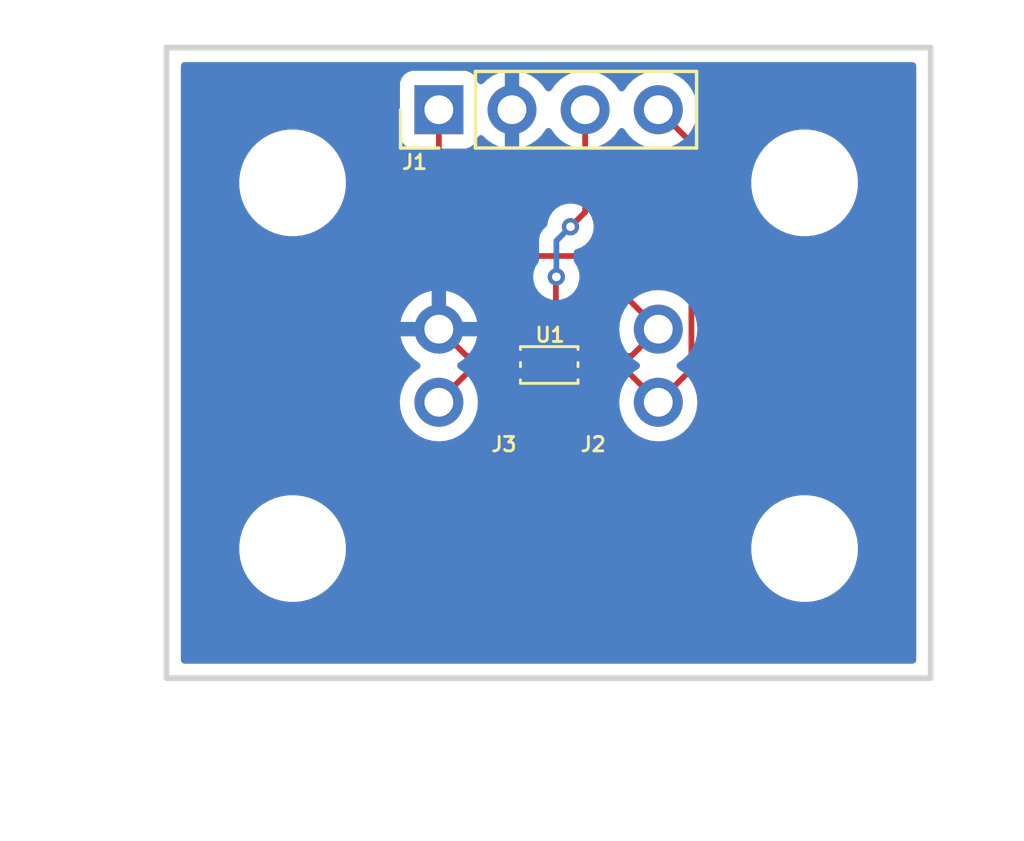
<source format=kicad_pcb>
(kicad_pcb (version 20240108) (generator "pcbnew") (generator_version "8.0")
  (layers (0 "F.Cu" signal) (31 "B.Cu" signal) (34 "B.Paste" user) (35 "F.Paste" user) (36 "B.SilkS" user "B.Silkscreen") (37 "F.SilkS" user "F.Silkscreen") (38 "B.Mask" user) (39 "F.Mask" user) (44 "Edge.Cuts" user))
  (net 0 "")
  (net 1 "/GND")
  (net 2 "/SDA")
  (net 3 "/VDD")
  (net 4 "/SCK")
  (footprint "MountingHole:MountingHole_3.2mm_M3" (layer "F.Cu") (at 137.16 83.82)
    (property "Reference" "H4" (hide yes))
    (property "Value" "MountingHole" (hide yes))
    (pad "" np_thru_hole circle (at 0 0) (size 3.2 3.2) (drill 3.2) (layers "*.Cu" "*.Mask"))
  )
  (footprint "MountingHole:MountingHole_3.2mm_M3" (layer "F.Cu") (at 154.94 83.82)
    (property "Reference" "H1" (hide yes))
    (property "Value" "MountingHole" (hide yes))
    (pad "" np_thru_hole circle (at 0 0) (size 3.2 3.2) (drill 3.2) (layers "*.Cu" "*.Mask"))
  )
  (footprint "MountingHole:MountingHole_3.2mm_M3" (layer "F.Cu") (at 137.16 96.52)
    (property "Reference" "H3" (hide yes))
    (property "Value" "MountingHole" (hide yes))
    (pad "" np_thru_hole circle (at 0 0) (size 3.2 3.2) (drill 3.2) (layers "*.Cu" "*.Mask"))
  )
  (footprint "Connector_PinHeader_2.54mm:PinHeader_1x02_P2.54mm_Vertical" (layer "F.Cu") (at 142.24 91.44 180)
    (property "Reference" "J3" (at -2.26 -1.46 180) (layer "F.SilkS") (effects (font (size 0.5 0.5) (thickness 0.1))))
    (property "Value" "Conn_01x02_Pin" (hide yes))
    (pad "1" thru_hole circle (at 0 0 180) (size 1.7 1.7) (drill 1) (layers "*.Cu" "*.Mask") (net 2 "/SDA"))
    (pad "2" thru_hole oval (at 0 2.54 180) (size 1.7 1.7) (drill 1) (layers "*.Cu" "*.Mask") (net 1 "/GND"))
  )
  (footprint "Custom:VEML3328" (layer "F.Cu") (at 146.172926 90.732272)
    (property "Reference" "U1" (at -0.072926 -1.632272 0) (layer "F.SilkS") (effects (font (size 0.5 0.5) (thickness 0.1) (bold yes))))
    (property "Value" "VEML3328" (hide yes))
    (fp_line (start -1.1 -1.225) (end -1.1 -1.125) (stroke (width 0.1)) (layer "F.SilkS"))
    (fp_line (start -1.1 -0.525) (end -1.1 -0.675) (stroke (width 0.1)) (layer "F.SilkS"))
    (fp_line (start -1.1 0.05) (end -1.1 -0.075) (stroke (width 0.1)) (layer "F.SilkS"))
    (fp_line (start -1.1 0.05) (end 0.9 0.05) (stroke (width 0.1)) (layer "F.SilkS"))
    (fp_line (start 0.9 -1.225) (end -1.1 -1.225) (stroke (width 0.1)) (layer "F.SilkS"))
    (fp_line (start 0.9 -1.225) (end 0.9 -1.125) (stroke (width 0.1)) (layer "F.SilkS"))
    (fp_line (start 0.9 -0.525) (end 0.9 -0.675) (stroke (width 0.1)) (layer "F.SilkS"))
    (fp_line (start 0.9 0.05) (end 0.9 -0.075) (stroke (width 0.1)) (layer "F.SilkS"))
    (pad "1" smd rect (at -1.1 -0.9) (size 0.9 0.35) (layers "F.Cu" "F.Paste" "F.Mask") (net 1 "/GND"))
    (pad "2" smd rect (at -1.1 -0.3) (size 0.9 0.35) (layers "F.Cu" "F.Paste" "F.Mask") (net 2 "/SDA"))
    (pad "3" smd rect (at 0.85 -0.3) (size 1 0.35) (layers "F.Cu" "F.Paste" "F.Mask") (net 4 "/SCK"))
    (pad "4" smd rect (at 0.9 -0.9) (size 0.9 0.35) (layers "F.Cu" "F.Paste" "F.Mask") (net 3 "/VDD"))
  )
  (footprint "Connector_PinHeader_2.54mm:PinHeader_1x02_P2.54mm_Vertical" (layer "F.Cu") (at 149.86 91.44 180)
    (property "Reference" "J2" (at 2.26 -1.46 180) (layer "F.SilkS") (effects (font (size 0.5 0.5) (thickness 0.1) (bold yes))))
    (property "Value" "Conn_01x02_Pin" (hide yes))
    (pad "1" thru_hole circle (at 0 0 180) (size 1.7 1.7) (drill 1) (layers "*.Cu" "*.Mask") (net 4 "/SCK"))
    (pad "2" thru_hole oval (at 0 2.54 180) (size 1.7 1.7) (drill 1) (layers "*.Cu" "*.Mask") (net 3 "/VDD"))
  )
  (footprint "Connector_PinHeader_2.54mm:PinHeader_1x04_P2.54mm_Vertical" (layer "F.Cu") (at 142.24 81.28 90)
    (property "Reference" "J1" (at -1.82 -0.84 0) (layer "F.SilkS") (effects (font (size 0.5 0.5) (thickness 0.1) (bold yes))))
    (property "Value" "Conn_01x04_Pin" (hide yes))
    (fp_line (start -1.33 -1.33) (end 0 -1.33) (stroke (width 0.12)) (layer "F.SilkS"))
    (fp_line (start -1.33 0) (end -1.33 -1.33) (stroke (width 0.12)) (layer "F.SilkS"))
    (fp_line (start 1.33 1.270001) (end 1.33 8.95) (stroke (width 0.12)) (layer "F.SilkS"))
    (fp_line (start -1.33 1.270001) (end 1.33 1.270001) (stroke (width 0.12)) (layer "F.SilkS"))
    (fp_line (start -1.33 1.270001) (end -1.33 8.95) (stroke (width 0.12)) (layer "F.SilkS"))
    (fp_line (start -1.33 8.95) (end 1.33 8.95) (stroke (width 0.12)) (layer "F.SilkS"))
    (pad "1" thru_hole rect (at 0 0 90) (size 1.7 1.7) (drill 1) (layers "*.Cu" "*.Mask") (net 3 "/VDD"))
    (pad "2" thru_hole oval (at 0 2.54 90) (size 1.7 1.7) (drill 1) (layers "*.Cu" "*.Mask") (net 1 "/GND"))
    (pad "3" thru_hole oval (at 0 5.079999 90) (size 1.7 1.7) (drill 1) (layers "*.Cu" "*.Mask") (net 2 "/SDA"))
    (pad "4" thru_hole oval (at 0 7.62 90) (size 1.7 1.7) (drill 1) (layers "*.Cu" "*.Mask") (net 4 "/SCK"))
  )
  (footprint "MountingHole:MountingHole_3.2mm_M3" (layer "F.Cu") (at 154.94 96.52)
    (property "Reference" "H2" (hide yes))
    (property "Value" "MountingHole" (hide yes))
    (pad "" np_thru_hole circle (at 0 0) (size 3.2 3.2) (drill 3.2) (layers "*.Cu" "*.Mask"))
  )
  (gr_rect (start 132.78 79.126) (end 159.32 101.02) (stroke (width 0.2)) (fill none) (layer "Edge.Cuts"))
  (segment (start 143.202672 89.832272) (end 142.24 88.8696) (width 0.2) (layer "F.Cu") (net 1))
  (segment (start 145.072926 89.832272) (end 143.202672 89.832272) (width 0.2) (layer "F.Cu") (net 1))
  (segment (start 146.304 89.851198) (end 146.304 87.101158) (width 0.2) (layer "F.Cu") (net 2))
  (segment (start 146.320549 87.084609) (end 146.304 87.06806) (width 0.2) (layer "F.Cu") (net 2))
  (segment (start 145.072926 90.432272) (end 143.217328 90.432272) (width 0.2) (layer "F.Cu") (net 2))
  (segment (start 146.304 87.101158) (end 146.320549 87.084609) (width 0.2) (layer "F.Cu") (net 2))
  (segment (start 145.722926 90.432272) (end 146.304 89.851198) (width 0.2) (layer "F.Cu") (net 2))
  (segment (start 145.072926 90.432272) (end 145.722926 90.432272) (width 0.2) (layer "F.Cu") (net 2))
  (segment (start 146.812 85.344) (end 147.319999 84.836001) (width 0.2) (layer "F.Cu") (net 2))
  (segment (start 147.319999 84.836001) (end 147.319999 81.28) (width 0.2) (layer "F.Cu") (net 2))
  (segment (start 146.304 87.06806) (end 146.304 86.868) (width 0.2) (layer "F.Cu") (net 2))
  (segment (start 143.217328 90.432272) (end 142.24 91.4096) (width 0.2) (layer "F.Cu") (net 2))
  (via (at 146.320549 87.084609) (size 0.6) (drill 0.3) (layers "F.Cu" "B.Cu") (net 2))
  (via (at 146.812 85.344) (size 0.6) (drill 0.3) (layers "F.Cu" "B.Cu") (net 2))
  (segment (start 146.320549 87.084609) (end 146.320549 85.835451) (width 0.2) (layer "B.Cu") (net 2))
  (segment (start 146.320549 85.835451) (end 146.812 85.344) (width 0.2) (layer "B.Cu") (net 2))
  (segment (start 143.51 86.36) (end 142.24 85.09) (width 0.2) (layer "F.Cu") (net 3))
  (segment (start 142.24 85.09) (end 142.24 81.28) (width 0.2) (layer "F.Cu") (net 3))
  (segment (start 147.072926 89.832272) (end 148.927728 89.832272) (width 0.2) (layer "F.Cu") (net 3))
  (segment (start 147.32 86.36) (end 143.51 86.36) (width 0.2) (layer "F.Cu") (net 3))
  (segment (start 148.927728 89.832272) (end 149.86 88.9) (width 0.2) (layer "F.Cu") (net 3))
  (segment (start 149.86 88.9) (end 147.32 86.36) (width 0.2) (layer "F.Cu") (net 3))
  (segment (start 149.86 91.44) (end 151.01 90.29) (width 0.2) (layer "F.Cu") (net 4))
  (segment (start 147.022926 90.432272) (end 148.852272 90.432272) (width 0.2) (layer "F.Cu") (net 4))
  (segment (start 151.01 82.43) (end 149.86 81.28) (width 0.2) (layer "F.Cu") (net 4))
  (segment (start 151.01 90.29) (end 151.01 82.43) (width 0.2) (layer "F.Cu") (net 4))
  (segment (start 148.852272 90.432272) (end 149.86 91.44) (width 0.2) (layer "F.Cu") (net 4))
  (zone (net 1) (net_name "/GND") (layer "B.Cu") (connect_pads (clearance 0.5)) (min_thickness 0.25) (fill yes (thermal_gap 0.5) (thermal_bridge_width 0.5))
    (polygon (pts (xy 129.54 77.47) (xy 162.56 77.47) (xy 161.29 106.68) (xy 127 106.68)))
  )
)
</source>
